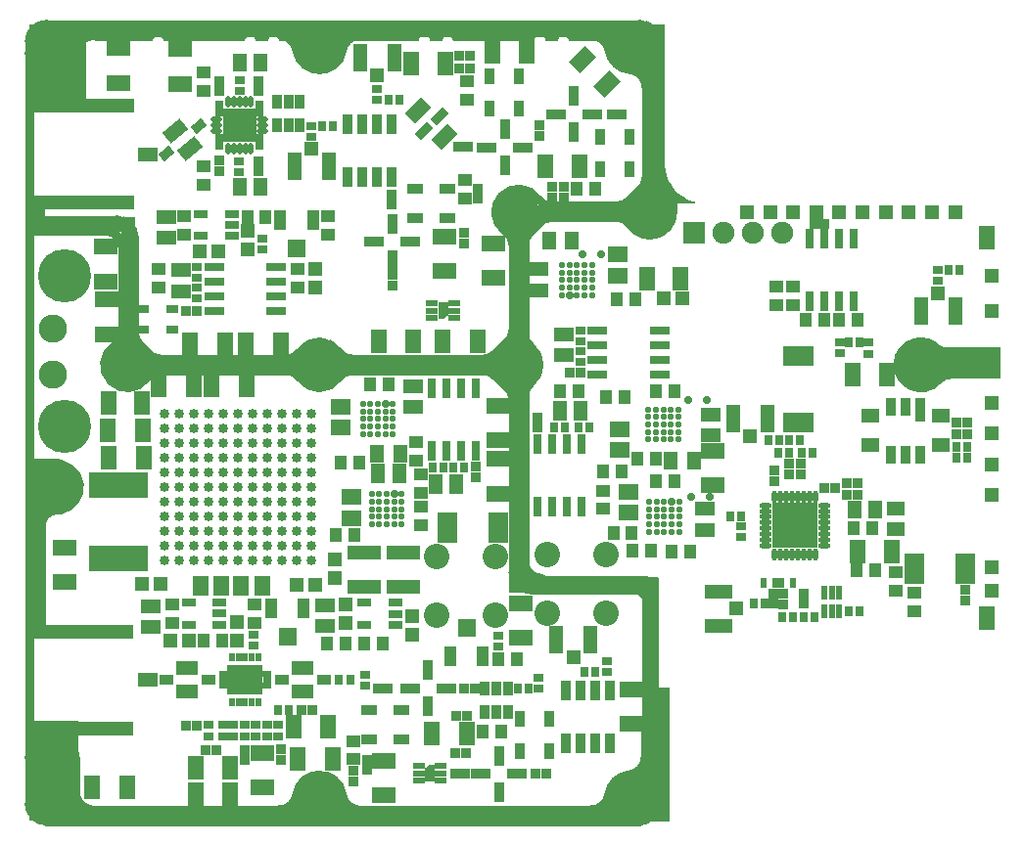
<source format=gts>
G04*
G04 #@! TF.GenerationSoftware,Altium Limited,Altium Designer,19.0.15 (446)*
G04*
G04 Layer_Color=8388736*
%FSLAX25Y25*%
%MOIN*%
G70*
G01*
G75*
%ADD83C,0.03150*%
%ADD84R,0.10236X0.18602*%
%ADD85R,0.05610X0.12598*%
%ADD86R,0.47923X0.05118*%
%ADD87R,0.51083X0.05217*%
%ADD88R,1.26969X0.05118*%
%ADD89R,0.26720X0.10827*%
%ADD90R,0.33849X0.05118*%
%ADD91R,0.05610X1.28346*%
%ADD92R,0.19587X0.30413*%
%ADD93R,0.16634X0.34154*%
%ADD94R,0.05118X0.51280*%
%ADD95R,0.05906X0.52461*%
%ADD96R,0.04343X0.04737*%
%ADD97R,0.04737X0.04343*%
%ADD98R,0.03241X0.03084*%
%ADD99R,0.03084X0.03241*%
%ADD100R,0.04540X0.04737*%
%ADD101R,0.05328X0.06509*%
%ADD102R,0.03241X0.03241*%
%ADD103R,0.04934X0.06312*%
%ADD104R,0.04737X0.04737*%
%ADD105R,0.34658X0.05131*%
%ADD106R,0.06706X0.04737*%
%ADD107R,0.03202X0.06902*%
%ADD108R,0.06902X0.03202*%
%ADD109R,0.02217X0.03398*%
%ADD110O,0.01784X0.04147*%
%ADD111R,0.05328X0.07887*%
%ADD112R,0.05315X0.07874*%
%ADD113R,0.07887X0.05328*%
%ADD114R,0.07874X0.05315*%
G04:AMPARAMS|DCode=115|XSize=53.28mil|YSize=78.87mil|CornerRadius=0mil|HoleSize=0mil|Usage=FLASHONLY|Rotation=135.000|XOffset=0mil|YOffset=0mil|HoleType=Round|Shape=Rectangle|*
%AMROTATEDRECTD115*
4,1,4,0.04672,0.00905,-0.00905,-0.04672,-0.04672,-0.00905,0.00905,0.04672,0.04672,0.00905,0.0*
%
%ADD115ROTATEDRECTD115*%

G04:AMPARAMS|DCode=116|XSize=53.15mil|YSize=78.74mil|CornerRadius=0mil|HoleSize=0mil|Usage=FLASHONLY|Rotation=135.000|XOffset=0mil|YOffset=0mil|HoleType=Round|Shape=Rectangle|*
%AMROTATEDRECTD116*
4,1,4,0.04663,0.00905,-0.00905,-0.04663,-0.04663,-0.00905,0.00905,0.04663,0.04663,0.00905,0.0*
%
%ADD116ROTATEDRECTD116*%

%ADD117C,0.02178*%
%ADD118R,0.06509X0.05328*%
%ADD119R,0.05131X0.06509*%
%ADD120R,0.06509X0.05131*%
%ADD121R,0.12414X0.10186*%
%ADD122R,0.01981X0.02572*%
%ADD123R,0.03458X0.01981*%
%ADD124R,0.02572X0.01981*%
%ADD125R,0.05328X0.07887*%
%ADD126R,0.03241X0.03241*%
%ADD127R,0.03792X0.05800*%
G04:AMPARAMS|DCode=128|XSize=32.02mil|YSize=57.02mil|CornerRadius=0mil|HoleSize=0mil|Usage=FLASHONLY|Rotation=315.000|XOffset=0mil|YOffset=0mil|HoleType=Round|Shape=Rectangle|*
%AMROTATEDRECTD128*
4,1,4,-0.03148,-0.00884,0.00884,0.03148,0.03148,0.00884,-0.00884,-0.03148,-0.03148,-0.00884,0.0*
%
%ADD128ROTATEDRECTD128*%

G04:AMPARAMS|DCode=129|XSize=48.95mil|YSize=78.87mil|CornerRadius=0mil|HoleSize=0mil|Usage=FLASHONLY|Rotation=315.000|XOffset=0mil|YOffset=0mil|HoleType=Round|Shape=Rectangle|*
%AMROTATEDRECTD129*
4,1,4,-0.04519,-0.01058,0.01058,0.04519,0.04519,0.01058,-0.01058,-0.04519,-0.04519,-0.01058,0.0*
%
%ADD129ROTATEDRECTD129*%

%ADD130R,0.04737X0.04540*%
%ADD131R,0.11824X0.05131*%
%ADD132R,0.07887X0.05328*%
%ADD133R,0.05800X0.03792*%
%ADD134R,0.04540X0.06312*%
%ADD135R,0.06706X0.02572*%
%ADD136R,0.03162X0.06902*%
%ADD137O,0.04147X0.01784*%
%ADD138R,0.15170X0.15170*%
%ADD139C,0.03359*%
%ADD140R,0.20485X0.08674*%
%ADD141R,0.04343X0.02769*%
%ADD142R,0.03202X0.05013*%
%ADD143R,0.03792X0.06784*%
%ADD144R,0.02572X0.06706*%
%ADD145R,0.05131X0.02965*%
%ADD146R,0.02139X0.04737*%
%ADD147R,0.03950X0.01981*%
%ADD148R,0.03359X0.04540*%
%ADD149R,0.01391X0.01391*%
%ADD150R,0.02178X0.01981*%
%ADD151R,0.02914X0.05328*%
%ADD152R,0.12517X0.02670*%
%ADD153O,0.03950X0.01981*%
%ADD154O,0.01981X0.03950*%
%ADD155R,0.11430X0.07690*%
%ADD156R,0.05918X0.04540*%
%ADD157R,0.03753X0.05918*%
%ADD158R,0.03753X0.07887*%
%ADD159R,0.05918X0.05918*%
%ADD160R,0.04343X0.07099*%
%ADD161R,0.07690X0.04698*%
%ADD162R,0.04698X0.03202*%
%ADD163R,0.06902X0.03162*%
%ADD164R,0.04934X0.09461*%
%ADD165R,0.04737X0.04934*%
G04:AMPARAMS|DCode=166|XSize=76.9mil|YSize=46.98mil|CornerRadius=0mil|HoleSize=0mil|Usage=FLASHONLY|Rotation=40.000|XOffset=0mil|YOffset=0mil|HoleType=Round|Shape=Rectangle|*
%AMROTATEDRECTD166*
4,1,4,-0.01436,-0.04271,-0.04455,-0.00672,0.01436,0.04271,0.04455,0.00672,-0.01436,-0.04271,0.0*
%
%ADD166ROTATEDRECTD166*%

G04:AMPARAMS|DCode=167|XSize=46.98mil|YSize=32.02mil|CornerRadius=0mil|HoleSize=0mil|Usage=FLASHONLY|Rotation=40.000|XOffset=0mil|YOffset=0mil|HoleType=Round|Shape=Rectangle|*
%AMROTATEDRECTD167*
4,1,4,-0.00770,-0.02736,-0.02828,-0.00284,0.00770,0.02736,0.02828,0.00284,-0.00770,-0.02736,0.0*
%
%ADD167ROTATEDRECTD167*%

%ADD168R,0.09461X0.04934*%
%ADD169R,0.04934X0.04737*%
%ADD170R,0.04737X0.04737*%
%ADD171R,0.06312X0.04934*%
%ADD172C,0.14567*%
%ADD173C,0.08674*%
%ADD174C,0.09658*%
%ADD175C,0.18123*%
%ADD176C,0.07493*%
%ADD177R,0.07493X0.07493*%
%ADD178C,0.02769*%
G36*
X214961Y272146D02*
Y272146D01*
X216732D01*
X216732Y224902D01*
X216732Y224902D01*
X216762Y224000D01*
X216997Y222213D01*
X217463Y220472D01*
X218153Y218807D01*
X219055Y217246D01*
X220152Y215816D01*
X221426Y214542D01*
X222856Y213444D01*
X224417Y212543D01*
X226082Y211853D01*
X226946Y211622D01*
X226880Y211122D01*
X214961Y211122D01*
Y206115D01*
X209842Y206107D01*
X209842Y255217D01*
X209154D01*
X206791Y257579D01*
Y259154D01*
X202461Y263484D01*
X200689D01*
X196457Y267717D01*
X193602D01*
Y266240D01*
X184338D01*
X184238Y266257D01*
X183870Y266740D01*
X183870Y266878D01*
X183602Y267524D01*
X183410Y267717D01*
X180789D01*
X180568Y267495D01*
X180290Y266825D01*
X180290Y266740D01*
X179882Y266240D01*
X176356D01*
X176121Y266331D01*
X175897Y266740D01*
X175897Y266977D01*
X175630Y267622D01*
X175536Y267717D01*
X172719D01*
X172595Y267593D01*
X172318Y266923D01*
X172318Y266740D01*
X171950Y266240D01*
X144968D01*
X144867Y266257D01*
X144500Y266740D01*
X144500Y266878D01*
X144232Y267524D01*
X144040Y267717D01*
X141419D01*
X141198Y267495D01*
X140920Y266825D01*
X140920Y266740D01*
X140512Y266240D01*
X136815D01*
X136527Y266613D01*
Y266824D01*
X136527Y267174D01*
X136302Y267717D01*
X133195D01*
X132948Y267120D01*
X132948Y266757D01*
Y266361D01*
X132867Y266240D01*
X107283D01*
X106102Y265059D01*
X92618D01*
X91437Y266240D01*
X85716D01*
X85615Y266257D01*
X85248Y266740D01*
X85248Y266878D01*
X84980Y267524D01*
X84788Y267717D01*
X82167D01*
X81946Y267495D01*
X81668Y266825D01*
X81668Y266740D01*
X81260Y266240D01*
X77842D01*
X77741Y266257D01*
X77374Y266740D01*
X77374Y266878D01*
X77106Y267524D01*
X76914Y267717D01*
X74293D01*
X74072Y267495D01*
X73794Y266825D01*
X73794Y266740D01*
X73386Y266240D01*
X46397D01*
X45976Y266740D01*
Y266780D01*
X45709Y267425D01*
X45418Y267717D01*
X42994D01*
X42674Y267396D01*
X42396Y266726D01*
X41947Y266240D01*
X22539D01*
Y267717D01*
X17417D01*
X17424Y272146D01*
X214961Y272146D01*
D02*
G37*
G36*
X142572Y177366D02*
X142623Y177356D01*
X142673Y177339D01*
X142720Y177316D01*
X142764Y177287D01*
X142803Y177252D01*
X142838Y177213D01*
X142867Y177169D01*
X142890Y177122D01*
X142907Y177072D01*
X142917Y177021D01*
X142921Y176969D01*
Y173228D01*
X142917Y173176D01*
X142907Y173125D01*
X142890Y173075D01*
X142867Y173028D01*
X142838Y172984D01*
X142803Y172945D01*
X141622Y171764D01*
X141583Y171729D01*
X141539Y171700D01*
X141492Y171677D01*
X141442Y171660D01*
X141391Y171650D01*
X141339Y171646D01*
X139961D01*
X139908Y171650D01*
X139857Y171660D01*
X139807Y171677D01*
X139760Y171700D01*
X139717Y171729D01*
X139677Y171764D01*
X139643Y171803D01*
X139613Y171847D01*
X139590Y171894D01*
X139573Y171943D01*
X139563Y171995D01*
X139560Y172047D01*
Y176969D01*
X139563Y177021D01*
X139573Y177072D01*
X139590Y177122D01*
X139613Y177169D01*
X139643Y177213D01*
X139677Y177252D01*
X139717Y177287D01*
X139760Y177316D01*
X139807Y177339D01*
X139857Y177356D01*
X139908Y177366D01*
X139961Y177369D01*
X142520D01*
X142572Y177366D01*
D02*
G37*
G36*
X137946Y19689D02*
X137997Y19679D01*
X138047Y19662D01*
X138094Y19638D01*
X138138Y19609D01*
X138177Y19575D01*
X138212Y19535D01*
X138241Y19492D01*
X138264Y19445D01*
X138281Y19395D01*
X138291Y19344D01*
X138295Y19291D01*
Y14370D01*
X138291Y14318D01*
X138281Y14266D01*
X138264Y14217D01*
X138241Y14170D01*
X138212Y14126D01*
X138177Y14087D01*
X138138Y14052D01*
X138094Y14023D01*
X138047Y14000D01*
X137997Y13983D01*
X137946Y13973D01*
X137894Y13969D01*
X135335D01*
X135282Y13973D01*
X135231Y13983D01*
X135181Y14000D01*
X135134Y14023D01*
X135091Y14052D01*
X135051Y14087D01*
X135017Y14126D01*
X134987Y14170D01*
X134964Y14217D01*
X134948Y14266D01*
X134937Y14318D01*
X134934Y14370D01*
Y18110D01*
X134937Y18163D01*
X134948Y18214D01*
X134964Y18264D01*
X134987Y18311D01*
X135017Y18354D01*
X135051Y18394D01*
X136232Y19575D01*
X136272Y19609D01*
X136315Y19638D01*
X136362Y19662D01*
X136412Y19679D01*
X136463Y19689D01*
X136516Y19692D01*
X137894D01*
X137946Y19689D01*
D02*
G37*
G36*
X214567Y83362D02*
Y45965D01*
X218406D01*
Y492D01*
X214567D01*
Y492D01*
X10140D01*
X10133Y4921D01*
X89468Y4921D01*
Y5118D01*
X92913Y8563D01*
X105020D01*
X108661Y4921D01*
X196161Y4921D01*
Y5118D01*
X202559Y11516D01*
Y12697D01*
X203839D01*
X207677Y16535D01*
X209055D01*
X209055Y83371D01*
X214567Y83362D01*
D02*
G37*
%LPC*%
G36*
X208465Y267717D02*
X209842Y266339D01*
Y267717D01*
X208465D01*
D02*
G37*
%LPD*%
D83*
X10630Y106595D02*
G03*
X4281Y99994I-487J-5885D01*
G01*
X5157Y107838D02*
G03*
X4281Y108507I4326J6579D01*
G01*
X310285Y160630D02*
G03*
X309801Y150836I-6396J-4592D01*
G01*
X314173Y152756D02*
G03*
X309612Y150601I0J-5906D01*
G01*
X309613Y161428D02*
G03*
X312894Y160433I3281J4910D01*
G01*
X162100Y162805D02*
G03*
X159664Y160537I4026J-6767D01*
G01*
Y151539D02*
G03*
X162100Y149271I6462J4499D01*
G01*
X171098Y149933D02*
G03*
X168923Y145354I3730J-4579D01*
G01*
X171423Y201672D02*
G03*
X168923Y196847I3406J-4825D01*
G01*
X207459Y214804D02*
G03*
X210261Y219828I-3104J5024D01*
G01*
X168923Y166721D02*
G03*
X171098Y162143I5906J0D01*
G01*
X40205Y160537D02*
G03*
X38435Y162362I-6462J-4499D01*
G01*
X171423Y201672D02*
G03*
X173407Y203698I-4541J6433D01*
G01*
X173278Y212697D02*
G03*
X178075Y210236I4797J3444D01*
G01*
X6127Y28051D02*
G03*
X222Y22146I0J-5906D01*
G01*
X6127Y272146D02*
G03*
X222Y266240I0J-5906D01*
G01*
X16068Y10335D02*
G03*
X21974Y4429I5906J0D01*
G01*
X36049Y199606D02*
G03*
X30143Y205512I-5906J0D01*
G01*
X22180Y268209D02*
G03*
X16337Y263161I0J-5906D01*
G01*
X85455Y4429D02*
G03*
X91302Y9506I0J5906D01*
G01*
X102248Y8400D02*
G03*
X102248Y8400I-3150J0D01*
G01*
X92579Y151539D02*
G03*
X87733Y154069I-4846J-3375D01*
G01*
Y158007D02*
G03*
X92579Y160537I0J5906D01*
G01*
X91363Y263231D02*
G03*
X86408Y268143I-5832J-928D01*
G01*
X102248Y264404D02*
G03*
X102248Y264404I-3150J0D01*
G01*
X164986Y144196D02*
G03*
X162100Y149271I-5906J0D01*
G01*
X159664Y151539D02*
G03*
X154817Y154069I-4846J-3375D01*
G01*
Y158007D02*
G03*
X159664Y160537I0J5906D01*
G01*
X164986Y196747D02*
G03*
X162424Y201614I-5906J0D01*
G01*
X191709Y4429D02*
G03*
X197562Y9548I0J5906D01*
G01*
X178302Y206299D02*
G03*
X173407Y203698I0J-5906D01*
G01*
X197662Y263231D02*
G03*
X191830Y268209I-5832J-928D01*
G01*
X204621Y16337D02*
G03*
X209967Y22216I-559J5879D01*
G01*
X205072Y203698D02*
G03*
X219471Y208007I6526J4406D01*
G01*
X207459Y214804D02*
G03*
X205202Y212697I4138J-6699D01*
G01*
X216488Y208007D02*
G03*
X216488Y208007I-4921J0D01*
G01*
X210261Y250732D02*
G03*
X204820Y256619I-5906J0D01*
G01*
X214198Y266240D02*
G03*
X208293Y272146I-5906J0D01*
G01*
X222Y6398D02*
G03*
X6127Y492I5906J0D01*
G01*
X222Y262343D02*
G03*
X6127Y256437I5906J0D01*
G01*
X38665Y156038D02*
G03*
X38665Y156038I-4921J0D01*
G01*
X29436Y162629D02*
G03*
X32112Y167573I-3230J4944D01*
G01*
Y195669D02*
G03*
X26206Y201575I-5906J0D01*
G01*
X36049Y167104D02*
G03*
X38435Y162362I5906J0D01*
G01*
X29436Y162629D02*
G03*
X40205Y151539I4307J-6592D01*
G01*
X103962Y156038D02*
G03*
X103962Y156038I-4921J0D01*
G01*
X162100Y162805D02*
G03*
X164986Y167880I-3019J5075D01*
G01*
X207999Y492D02*
G03*
X213904Y6398I0J5906D01*
G01*
X105503Y160537D02*
G03*
X92579Y160537I-6462J-4499D01*
G01*
X200405Y210236D02*
G03*
X205202Y212697I0J5906D01*
G01*
X16068Y22146D02*
G03*
X10163Y28051I-5906J0D01*
G01*
X106894Y9506D02*
G03*
X112741Y4429I5847J829D01*
G01*
X106894Y9506D02*
G03*
X91302Y9506I-7796J-1105D01*
G01*
X45052Y154069D02*
G03*
X40205Y151539I0J-5906D01*
G01*
Y160537D02*
G03*
X45052Y158007I4846J3375D01*
G01*
X92579Y151539D02*
G03*
X105503Y151539I6462J4499D01*
G01*
X110349Y154069D02*
G03*
X105503Y151539I0J-5906D01*
G01*
Y160537D02*
G03*
X110349Y158007I4846J3375D01*
G01*
X112748Y268209D02*
G03*
X106915Y263231I0J-5906D01*
G01*
X204621Y16337D02*
G03*
X197562Y9548I745J-7839D01*
G01*
X164986Y85236D02*
G03*
X170891Y79331I5906J0D01*
G01*
X168923Y89173D02*
G03*
X174828Y83268I5906J0D01*
G01*
X205072Y203698D02*
G03*
X200178Y206299I-4894J-3305D01*
G01*
X173278Y212697D02*
G03*
X162424Y201614I-6396J-4592D01*
G01*
X171803Y208105D02*
G03*
X171803Y208105I-4921J0D01*
G01*
X13468Y8499D02*
G03*
X13468Y8499I-4921J0D01*
G01*
Y264306D02*
G03*
X13468Y264306I-4921J0D01*
G01*
X8252Y256437D02*
G03*
X16337Y263161I295J7869D01*
G01*
X91363Y263231D02*
G03*
X106915Y263231I7776J1237D01*
G01*
X210417Y8400D02*
G03*
X210417Y8400I-4921J0D01*
G01*
X171047Y156038D02*
G03*
X171047Y156038I-4921J0D01*
G01*
X171098Y149933D02*
G03*
X171098Y162143I-4973J6105D01*
G01*
X210360Y264469D02*
G03*
X210360Y264469I-4921J0D01*
G01*
X197662Y263231D02*
G03*
X204820Y256619I7776J1237D01*
G01*
X209967Y12795D02*
Y34843D01*
X208169Y79331D02*
X210728Y76772D01*
X214198Y214345D02*
X215945Y212598D01*
X222Y6398D02*
Y22146D01*
Y201575D02*
Y205512D01*
Y262343D02*
Y266240D01*
X16068Y10335D02*
Y22146D01*
X219471Y208007D02*
Y210984D01*
X36049Y167104D02*
Y199606D01*
X32112Y167573D02*
Y195669D01*
X168923Y89173D02*
Y145354D01*
Y166721D02*
Y196847D01*
X210261Y219828D02*
Y250732D01*
X222Y13583D02*
Y264292D01*
X178302Y206299D02*
X200178D01*
X164986Y167880D02*
Y196747D01*
Y85236D02*
Y144196D01*
X214198Y214345D02*
Y266240D01*
X6127Y28051D02*
X10163D01*
X6127Y256437D02*
X8252D01*
X45052Y154069D02*
X87733D01*
X174828Y82874D02*
X210433D01*
X178075Y210236D02*
X200405D01*
X45052Y158006D02*
X87733D01*
X170891Y79331D02*
X208169D01*
X112741Y4429D02*
X191709D01*
X21974D02*
X85455D01*
X6127Y492D02*
X207999D01*
X110349Y154069D02*
X154817D01*
X222Y201575D02*
X26206D01*
X112748Y269291D02*
X191830D01*
X6127Y272146D02*
X208293D01*
X110349Y158006D02*
X154817D01*
X222Y205512D02*
X30143D01*
D84*
X5610Y114616D02*
D03*
D85*
X3002Y207480D02*
D03*
D86*
X188922Y208071D02*
D03*
D87*
X189026Y81152D02*
D03*
D88*
X101476Y156102D02*
D03*
D89*
X317545Y156595D02*
D03*
D90*
X17121Y203740D02*
D03*
D91*
X166978Y144882D02*
D03*
D92*
X9990Y256939D02*
D03*
D93*
X8514Y17569D02*
D03*
D94*
X33858Y180659D02*
D03*
D95*
X3150Y88829D02*
D03*
D96*
X106496Y122736D02*
D03*
X112795D02*
D03*
X122540Y149311D02*
D03*
X116241D02*
D03*
X161122Y31102D02*
D03*
X154823D02*
D03*
X181097Y147024D02*
D03*
X187396D02*
D03*
X218898Y92334D02*
D03*
X225197D02*
D03*
X220079Y116425D02*
D03*
X213779D02*
D03*
X205750Y92618D02*
D03*
X212049D02*
D03*
X199193Y98819D02*
D03*
X205492D02*
D03*
X111024Y98032D02*
D03*
X104724D02*
D03*
X193110Y215945D02*
D03*
X186811D02*
D03*
X206693Y178543D02*
D03*
X200394D02*
D03*
X219965Y147047D02*
D03*
X213666D02*
D03*
X264567Y171260D02*
D03*
X270866D02*
D03*
X282283D02*
D03*
X275984D02*
D03*
X207283Y124016D02*
D03*
X213583D02*
D03*
X195669Y119685D02*
D03*
X201969D02*
D03*
X80807Y206496D02*
D03*
X74508D02*
D03*
X107944Y61140D02*
D03*
X101645D02*
D03*
X120509D02*
D03*
X114210D02*
D03*
X166339Y55807D02*
D03*
X160039D02*
D03*
X196725Y144980D02*
D03*
X203024D02*
D03*
X66131Y62205D02*
D03*
X59832D02*
D03*
X288296Y85913D02*
D03*
X281996D02*
D03*
X281022Y100337D02*
D03*
X287321D02*
D03*
D97*
X131988Y129626D02*
D03*
Y123327D02*
D03*
X76870Y67913D02*
D03*
Y74213D02*
D03*
X133688Y101279D02*
D03*
Y107579D02*
D03*
X133661Y112259D02*
D03*
Y118559D02*
D03*
X110630Y27854D02*
D03*
Y21555D02*
D03*
X195571Y113189D02*
D03*
Y106890D02*
D03*
X44193Y182382D02*
D03*
Y188681D02*
D03*
X301573Y78458D02*
D03*
Y72159D02*
D03*
X295360Y78922D02*
D03*
Y85221D02*
D03*
X91528Y182496D02*
D03*
Y188795D02*
D03*
X48917Y68012D02*
D03*
Y74311D02*
D03*
X148622Y218898D02*
D03*
Y212598D02*
D03*
X260182Y176279D02*
D03*
Y182579D02*
D03*
X254528Y182579D02*
D03*
Y176279D02*
D03*
X102165Y206594D02*
D03*
Y200295D02*
D03*
X53150Y200394D02*
D03*
Y206693D02*
D03*
X149442Y246337D02*
D03*
Y252636D02*
D03*
X59547Y255610D02*
D03*
Y249311D02*
D03*
X59571Y217351D02*
D03*
Y223650D02*
D03*
D98*
X242815Y97264D02*
D03*
Y100965D02*
D03*
X71949Y253031D02*
D03*
Y249331D02*
D03*
X71816Y221772D02*
D03*
Y225472D02*
D03*
X159941Y59961D02*
D03*
Y63661D02*
D03*
X57469Y182260D02*
D03*
Y178559D02*
D03*
X187992Y163898D02*
D03*
Y167598D02*
D03*
Y156929D02*
D03*
Y160630D02*
D03*
X57469Y185646D02*
D03*
Y189346D02*
D03*
X114567Y46575D02*
D03*
Y50276D02*
D03*
X76772Y60256D02*
D03*
Y63957D02*
D03*
X173622Y49488D02*
D03*
Y45787D02*
D03*
X85020Y29531D02*
D03*
Y33232D02*
D03*
X77348Y29531D02*
D03*
Y33232D02*
D03*
X81184Y29531D02*
D03*
Y33232D02*
D03*
X69676Y29531D02*
D03*
Y33232D02*
D03*
X73512Y29531D02*
D03*
Y33232D02*
D03*
X66394Y29531D02*
D03*
Y33232D02*
D03*
X61211Y29531D02*
D03*
Y33232D02*
D03*
X79626Y199094D02*
D03*
Y195394D02*
D03*
X196949Y51398D02*
D03*
Y55098D02*
D03*
X309744Y184665D02*
D03*
Y188366D02*
D03*
X118799Y250197D02*
D03*
Y246496D02*
D03*
X96382Y233808D02*
D03*
Y237509D02*
D03*
X286002Y159871D02*
D03*
Y163572D02*
D03*
X276488Y159915D02*
D03*
Y163615D02*
D03*
D99*
X239094Y104528D02*
D03*
X242795D02*
D03*
X144606Y121161D02*
D03*
X148307D02*
D03*
X187416Y134664D02*
D03*
X191116D02*
D03*
X179055Y134780D02*
D03*
X182756D02*
D03*
X141220Y121161D02*
D03*
X137520D02*
D03*
X251881Y130500D02*
D03*
X255582D02*
D03*
X259035Y125984D02*
D03*
X255335D02*
D03*
X250571Y74606D02*
D03*
X246870D02*
D03*
X263209Y125984D02*
D03*
X266910D02*
D03*
X170453Y45866D02*
D03*
X166752D02*
D03*
X88760Y38386D02*
D03*
X85059D02*
D03*
X189291Y51378D02*
D03*
X192992D02*
D03*
X105827Y48622D02*
D03*
X109528D02*
D03*
X313405Y188386D02*
D03*
X317106D02*
D03*
X122518Y246346D02*
D03*
X126219D02*
D03*
X99847Y237509D02*
D03*
X103548D02*
D03*
X263898Y70079D02*
D03*
X267598D02*
D03*
X256614D02*
D03*
X260315D02*
D03*
X282951Y71963D02*
D03*
X279251D02*
D03*
X262776Y130413D02*
D03*
X259075D02*
D03*
X279461Y163572D02*
D03*
X283162D02*
D03*
X316094Y128141D02*
D03*
X319795D02*
D03*
X319716Y124499D02*
D03*
X316015D02*
D03*
D100*
X38780Y81398D02*
D03*
X45079D02*
D03*
X97736Y80905D02*
D03*
X91437D02*
D03*
X216240Y178642D02*
D03*
X222539D02*
D03*
X48219Y62205D02*
D03*
X54518D02*
D03*
X64764Y194685D02*
D03*
X58465D02*
D03*
D101*
X79528Y80709D02*
D03*
X72441D02*
D03*
X58661D02*
D03*
X65748D02*
D03*
D102*
X257087Y78051D02*
D03*
Y74508D02*
D03*
X78347Y221949D02*
D03*
Y225492D02*
D03*
X78248Y252854D02*
D03*
Y249311D02*
D03*
X65059Y222047D02*
D03*
Y225590D02*
D03*
Y252756D02*
D03*
Y249213D02*
D03*
X173996Y234154D02*
D03*
Y237697D02*
D03*
X123721Y210630D02*
D03*
Y214173D02*
D03*
X110635Y14075D02*
D03*
Y17618D02*
D03*
X115453Y17913D02*
D03*
Y21457D02*
D03*
X152461Y117717D02*
D03*
Y121260D02*
D03*
X319097Y75845D02*
D03*
Y79388D02*
D03*
X173223Y134622D02*
D03*
Y138165D02*
D03*
X253642Y74606D02*
D03*
X263878D02*
D03*
X258957Y118799D02*
D03*
Y122343D02*
D03*
X253642Y78150D02*
D03*
X263878D02*
D03*
X253955Y116425D02*
D03*
Y119968D02*
D03*
X263090Y118799D02*
D03*
Y122343D02*
D03*
X178417Y213170D02*
D03*
Y216713D02*
D03*
X182480Y213189D02*
D03*
Y216732D02*
D03*
X153051Y216142D02*
D03*
Y212598D02*
D03*
X148302Y197441D02*
D03*
Y200984D02*
D03*
X86024Y21358D02*
D03*
Y24902D02*
D03*
X73517Y21220D02*
D03*
Y24764D02*
D03*
X123951Y183071D02*
D03*
Y186614D02*
D03*
D103*
X71850Y216831D02*
D03*
X78937D02*
D03*
X71879Y259031D02*
D03*
X78965D02*
D03*
X281205Y106662D02*
D03*
X288292D02*
D03*
D104*
X328000Y186221D02*
D03*
Y132693D02*
D03*
Y122152D02*
D03*
Y174409D02*
D03*
Y111824D02*
D03*
Y87028D02*
D03*
Y143104D02*
D03*
Y79134D02*
D03*
D105*
X18406Y65158D02*
D03*
Y32087D02*
D03*
X18504Y244291D02*
D03*
Y211221D02*
D03*
D106*
X40650Y48622D02*
D03*
X40748Y227756D02*
D03*
D107*
X162205Y236417D02*
D03*
Y223937D02*
D03*
X160197Y22874D02*
D03*
Y10394D02*
D03*
X136122Y39626D02*
D03*
Y52106D02*
D03*
X185759Y247744D02*
D03*
Y235263D02*
D03*
X123920Y204119D02*
D03*
Y191638D02*
D03*
D108*
X168445Y230177D02*
D03*
X155965D02*
D03*
X166437Y16634D02*
D03*
X153957D02*
D03*
X129882Y45866D02*
D03*
X142362D02*
D03*
X191999Y241504D02*
D03*
X179519D02*
D03*
X117680Y197878D02*
D03*
X130160D02*
D03*
D109*
X254251Y81608D02*
D03*
X256436Y81608D02*
D03*
X250432Y81608D02*
D03*
X260255Y81608D02*
D03*
D110*
X258091Y91326D02*
D03*
X260059D02*
D03*
X262028Y111208D02*
D03*
X260059D02*
D03*
X254154Y91326D02*
D03*
X256122D02*
D03*
X262028D02*
D03*
X263996D02*
D03*
X265965D02*
D03*
X267933D02*
D03*
Y111208D02*
D03*
X265965D02*
D03*
X263996D02*
D03*
X258091D02*
D03*
X256122D02*
D03*
X254154D02*
D03*
D111*
X280512Y152559D02*
D03*
X142126Y258563D02*
D03*
X66929Y163091D02*
D03*
X119291Y163976D02*
D03*
X56890Y9646D02*
D03*
X33563Y11909D02*
D03*
X103642Y21752D02*
D03*
X85925Y163189D02*
D03*
X74114D02*
D03*
X152854Y163976D02*
D03*
X141043D02*
D03*
X326181Y199508D02*
D03*
X222100Y185433D02*
D03*
X210682D02*
D03*
X27362Y143012D02*
D03*
X38780D02*
D03*
X102067Y32579D02*
D03*
X90256D02*
D03*
X56890Y18701D02*
D03*
X68701D02*
D03*
X326181Y69587D02*
D03*
X282214Y92483D02*
D03*
X294025D02*
D03*
D112*
X292323Y152559D02*
D03*
X130315Y258563D02*
D03*
X55118Y163091D02*
D03*
X131102Y163976D02*
D03*
X68701Y9646D02*
D03*
X21752Y11909D02*
D03*
X91831Y21752D02*
D03*
D113*
X158268Y185674D02*
D03*
X167815Y62992D02*
D03*
X159961Y112205D02*
D03*
X12303Y81890D02*
D03*
X26575Y178347D02*
D03*
X51772Y251772D02*
D03*
X30512Y252067D02*
D03*
X159941Y130217D02*
D03*
Y142028D02*
D03*
X233071Y115157D02*
D03*
Y126575D02*
D03*
X205413Y33563D02*
D03*
Y45374D02*
D03*
X26476Y184449D02*
D03*
Y196260D02*
D03*
X79528Y12008D02*
D03*
Y23819D02*
D03*
D114*
X158268Y197485D02*
D03*
X167815Y74803D02*
D03*
X159961Y124016D02*
D03*
X12303Y93701D02*
D03*
X26575Y166535D02*
D03*
X51772Y263583D02*
D03*
X30512Y263878D02*
D03*
D115*
X196991Y251631D02*
D03*
D116*
X188639Y259983D02*
D03*
D117*
X116929Y101673D02*
D03*
Y104232D02*
D03*
Y106791D02*
D03*
Y109350D02*
D03*
Y111909D02*
D03*
X119488Y101673D02*
D03*
Y104232D02*
D03*
Y106791D02*
D03*
Y109350D02*
D03*
Y111909D02*
D03*
X122047Y101673D02*
D03*
Y104232D02*
D03*
Y106791D02*
D03*
Y109350D02*
D03*
Y111909D02*
D03*
X124606Y101673D02*
D03*
Y104232D02*
D03*
Y106791D02*
D03*
Y109350D02*
D03*
Y111909D02*
D03*
X127165Y101673D02*
D03*
Y104232D02*
D03*
Y106791D02*
D03*
Y109350D02*
D03*
Y111909D02*
D03*
X113878Y132492D02*
D03*
Y135051D02*
D03*
Y137610D02*
D03*
Y140169D02*
D03*
Y142728D02*
D03*
X116437Y132492D02*
D03*
Y135051D02*
D03*
Y137610D02*
D03*
Y140169D02*
D03*
Y142728D02*
D03*
X118996Y132492D02*
D03*
Y135051D02*
D03*
Y137610D02*
D03*
Y140169D02*
D03*
Y142728D02*
D03*
X121555Y132492D02*
D03*
Y135051D02*
D03*
Y137610D02*
D03*
Y140169D02*
D03*
Y142728D02*
D03*
X124114Y132492D02*
D03*
Y135051D02*
D03*
Y137610D02*
D03*
Y140169D02*
D03*
Y142728D02*
D03*
X221548Y109408D02*
D03*
Y106849D02*
D03*
Y104290D02*
D03*
Y101731D02*
D03*
Y99172D02*
D03*
X218989Y109408D02*
D03*
Y106849D02*
D03*
Y104290D02*
D03*
Y101731D02*
D03*
Y99172D02*
D03*
X216430Y109408D02*
D03*
Y106849D02*
D03*
Y104290D02*
D03*
Y101731D02*
D03*
Y99172D02*
D03*
X213871Y109408D02*
D03*
Y106849D02*
D03*
Y104290D02*
D03*
Y101731D02*
D03*
Y99172D02*
D03*
X211312Y109408D02*
D03*
Y106849D02*
D03*
Y104290D02*
D03*
Y101731D02*
D03*
Y99172D02*
D03*
X191938Y190052D02*
D03*
Y187493D02*
D03*
Y184934D02*
D03*
Y182375D02*
D03*
Y179816D02*
D03*
X189379Y190052D02*
D03*
Y187493D02*
D03*
Y184934D02*
D03*
Y182375D02*
D03*
Y179816D02*
D03*
X186820Y190052D02*
D03*
Y187493D02*
D03*
Y184934D02*
D03*
Y182375D02*
D03*
Y179816D02*
D03*
X184261Y190052D02*
D03*
Y187493D02*
D03*
Y184934D02*
D03*
Y182375D02*
D03*
Y179816D02*
D03*
X181702Y190052D02*
D03*
Y187493D02*
D03*
Y184934D02*
D03*
Y182375D02*
D03*
Y179816D02*
D03*
X211116Y130629D02*
D03*
Y133188D02*
D03*
Y135747D02*
D03*
Y138306D02*
D03*
Y140865D02*
D03*
X213675Y130629D02*
D03*
Y133188D02*
D03*
Y135747D02*
D03*
Y138306D02*
D03*
Y140865D02*
D03*
X216234Y130629D02*
D03*
Y133188D02*
D03*
Y135747D02*
D03*
Y138306D02*
D03*
Y140865D02*
D03*
X218794Y130629D02*
D03*
Y133188D02*
D03*
Y135747D02*
D03*
Y138306D02*
D03*
Y140865D02*
D03*
X221353Y130629D02*
D03*
Y133188D02*
D03*
Y135747D02*
D03*
Y138306D02*
D03*
Y140865D02*
D03*
D118*
X109930Y103821D02*
D03*
Y110907D02*
D03*
X106201Y141709D02*
D03*
Y134622D02*
D03*
X204429Y105610D02*
D03*
Y112697D02*
D03*
X200570Y193595D02*
D03*
Y186509D02*
D03*
X201234Y126969D02*
D03*
Y134055D02*
D03*
D119*
X126181Y119193D02*
D03*
X119095D02*
D03*
X138583Y115354D02*
D03*
X145669D02*
D03*
X181004Y140354D02*
D03*
X188091D02*
D03*
D120*
X131102Y148819D02*
D03*
Y141732D02*
D03*
X173622Y188583D02*
D03*
Y181496D02*
D03*
X182283Y159449D02*
D03*
Y166535D02*
D03*
X51863Y181197D02*
D03*
Y188283D02*
D03*
X41634Y73819D02*
D03*
Y66732D02*
D03*
X230406Y106947D02*
D03*
Y99861D02*
D03*
X232434Y139173D02*
D03*
Y132087D02*
D03*
X46949Y206299D02*
D03*
Y199213D02*
D03*
X100984Y74114D02*
D03*
Y67028D02*
D03*
D121*
X73812Y48728D02*
D03*
D122*
X78269Y56306D02*
D03*
X76040D02*
D03*
X73812D02*
D03*
X71584D02*
D03*
X69355D02*
D03*
Y41149D02*
D03*
X71584D02*
D03*
X73812D02*
D03*
X76040D02*
D03*
X78269D02*
D03*
D123*
X80948Y50794D02*
D03*
Y46661D02*
D03*
X66676Y50794D02*
D03*
Y46661D02*
D03*
D124*
X81391Y48728D02*
D03*
X66233D02*
D03*
D125*
X137500Y30492D02*
D03*
X149311D02*
D03*
X44390Y148917D02*
D03*
X56201D02*
D03*
X38976Y133599D02*
D03*
X27165D02*
D03*
X62402Y148917D02*
D03*
X74213D02*
D03*
X39272Y124311D02*
D03*
X27461D02*
D03*
X175984Y223721D02*
D03*
X187795D02*
D03*
X169685Y262594D02*
D03*
X157874D02*
D03*
D126*
X145473Y23819D02*
D03*
X149016D02*
D03*
X145669Y36516D02*
D03*
X149213D02*
D03*
X172736Y16634D02*
D03*
X176279D02*
D03*
X145177Y16732D02*
D03*
X148721D02*
D03*
X198622Y241504D02*
D03*
X202165D02*
D03*
X122441Y45866D02*
D03*
X118898D02*
D03*
X151870D02*
D03*
X148327D02*
D03*
X187992Y153543D02*
D03*
X184449D02*
D03*
X57356Y174494D02*
D03*
X53813D02*
D03*
X315989Y136476D02*
D03*
X319533D02*
D03*
X315991Y132395D02*
D03*
X319535D02*
D03*
X271121Y114161D02*
D03*
X274664D02*
D03*
X278670Y115836D02*
D03*
X282214D02*
D03*
X278670Y111875D02*
D03*
X282214D02*
D03*
X271063Y204134D02*
D03*
X267520D02*
D03*
X96555Y38386D02*
D03*
X93012D02*
D03*
X53642Y33169D02*
D03*
X57185D02*
D03*
X60328Y24606D02*
D03*
X63871D02*
D03*
X146260Y230217D02*
D03*
X149803D02*
D03*
X146686Y261297D02*
D03*
X150229D02*
D03*
X146686Y256967D02*
D03*
X150229D02*
D03*
D127*
X167244Y35311D02*
D03*
Y24327D02*
D03*
X177244Y35319D02*
D03*
Y24335D02*
D03*
X204508Y222661D02*
D03*
Y233646D02*
D03*
X194508Y222654D02*
D03*
Y233638D02*
D03*
X156867Y254257D02*
D03*
Y243272D02*
D03*
X166867Y254264D02*
D03*
Y243280D02*
D03*
D128*
X134721Y235705D02*
D03*
X139885Y240869D02*
D03*
D129*
X141827Y233764D02*
D03*
X132780Y242811D02*
D03*
D130*
X104429Y89567D02*
D03*
Y83268D02*
D03*
X97532Y188677D02*
D03*
Y182378D02*
D03*
X74606Y195374D02*
D03*
Y201673D02*
D03*
X108169Y74508D02*
D03*
Y68209D02*
D03*
X130709Y64173D02*
D03*
Y70473D02*
D03*
X71161Y68504D02*
D03*
Y62205D02*
D03*
D131*
X114472Y92028D02*
D03*
Y80216D02*
D03*
X127657Y92126D02*
D03*
Y80315D02*
D03*
D132*
X121161Y9350D02*
D03*
Y21161D02*
D03*
X141827Y187989D02*
D03*
Y199800D02*
D03*
D133*
X115953Y28287D02*
D03*
X126937D02*
D03*
X115945Y38287D02*
D03*
X126929D02*
D03*
X142703Y215969D02*
D03*
X131719D02*
D03*
X142711Y205969D02*
D03*
X131727D02*
D03*
D134*
X126575Y125689D02*
D03*
X118701D02*
D03*
X218655Y123327D02*
D03*
X226529D02*
D03*
X177264Y198425D02*
D03*
X185138D02*
D03*
D135*
X142717Y96850D02*
D03*
Y99410D02*
D03*
Y101969D02*
D03*
Y104528D02*
D03*
X160039D02*
D03*
Y101969D02*
D03*
Y99410D02*
D03*
Y96850D02*
D03*
X319053Y82675D02*
D03*
Y85234D02*
D03*
Y87793D02*
D03*
Y90352D02*
D03*
X301730D02*
D03*
Y87793D02*
D03*
Y85234D02*
D03*
Y82675D02*
D03*
D136*
X137480Y126772D02*
D03*
X142480D02*
D03*
X147480D02*
D03*
X152480D02*
D03*
X137480Y148031D02*
D03*
X142480D02*
D03*
X147480D02*
D03*
X152480D02*
D03*
X173203Y107713D02*
D03*
X178203D02*
D03*
X183203D02*
D03*
X188203D02*
D03*
X173203Y128972D02*
D03*
X178203D02*
D03*
X183203D02*
D03*
X188203D02*
D03*
X280925Y198917D02*
D03*
X275925D02*
D03*
X270925D02*
D03*
X265925D02*
D03*
X280925Y177657D02*
D03*
X275925D02*
D03*
X270925D02*
D03*
X265925D02*
D03*
D137*
X251102Y108157D02*
D03*
Y106189D02*
D03*
Y104220D02*
D03*
Y102252D02*
D03*
Y100283D02*
D03*
Y98315D02*
D03*
Y96346D02*
D03*
Y94378D02*
D03*
X270984D02*
D03*
Y96346D02*
D03*
Y98315D02*
D03*
Y100283D02*
D03*
Y102252D02*
D03*
Y104220D02*
D03*
Y106189D02*
D03*
Y108157D02*
D03*
D138*
X261043Y101267D02*
D03*
D139*
X96476Y89291D02*
D03*
X91476D02*
D03*
X86476D02*
D03*
X81476D02*
D03*
X76476D02*
D03*
X71476D02*
D03*
X66476D02*
D03*
X61476D02*
D03*
X56476D02*
D03*
X51476D02*
D03*
X46476D02*
D03*
X96476Y94291D02*
D03*
X91476D02*
D03*
X86476D02*
D03*
X81476D02*
D03*
X76476D02*
D03*
X71476D02*
D03*
X66476D02*
D03*
X61476D02*
D03*
X56476D02*
D03*
X51476D02*
D03*
X46476D02*
D03*
X96476Y99291D02*
D03*
X91476D02*
D03*
X86476D02*
D03*
X81476D02*
D03*
X76476D02*
D03*
X71476D02*
D03*
X66476D02*
D03*
X61476D02*
D03*
X56476D02*
D03*
X51476D02*
D03*
X46476D02*
D03*
X96476Y104291D02*
D03*
X91476D02*
D03*
X86476D02*
D03*
X81476D02*
D03*
X76476D02*
D03*
X71476D02*
D03*
X66476D02*
D03*
X61476D02*
D03*
X56476D02*
D03*
X51476D02*
D03*
X46476D02*
D03*
X96476Y109291D02*
D03*
X91476D02*
D03*
X86476D02*
D03*
X81476D02*
D03*
X76476D02*
D03*
X71476D02*
D03*
X66476D02*
D03*
X61476D02*
D03*
X56476D02*
D03*
X51476D02*
D03*
X46476D02*
D03*
X96476Y114291D02*
D03*
X91476D02*
D03*
X86476D02*
D03*
X81476D02*
D03*
X76476D02*
D03*
X71476D02*
D03*
X66476D02*
D03*
X61476D02*
D03*
X56476D02*
D03*
X51476D02*
D03*
X46476D02*
D03*
X96476Y119291D02*
D03*
X91476D02*
D03*
X86476D02*
D03*
X81476D02*
D03*
X76476D02*
D03*
X71476D02*
D03*
X66476D02*
D03*
X61476D02*
D03*
X56476D02*
D03*
X51476D02*
D03*
X46476D02*
D03*
X96476Y124291D02*
D03*
X91476D02*
D03*
X86476D02*
D03*
X81476D02*
D03*
X76476D02*
D03*
X71476D02*
D03*
X66476D02*
D03*
X61476D02*
D03*
X56476D02*
D03*
X51476D02*
D03*
X46476D02*
D03*
X96476Y129291D02*
D03*
X91476D02*
D03*
X86476D02*
D03*
X81476D02*
D03*
X76476D02*
D03*
X71476D02*
D03*
X66476D02*
D03*
X61476D02*
D03*
X56476D02*
D03*
X51476D02*
D03*
X46476D02*
D03*
X96476Y134291D02*
D03*
X91476D02*
D03*
X86476D02*
D03*
X81476D02*
D03*
X76476D02*
D03*
X71476D02*
D03*
X66476D02*
D03*
X61476D02*
D03*
X56476D02*
D03*
X51476D02*
D03*
X46476D02*
D03*
X96476Y139291D02*
D03*
X91476D02*
D03*
X86476D02*
D03*
X81476D02*
D03*
X76476D02*
D03*
X71476D02*
D03*
X66476D02*
D03*
X61476D02*
D03*
X56476D02*
D03*
X51476D02*
D03*
X46476D02*
D03*
D140*
X30708Y114961D02*
D03*
Y90158D02*
D03*
D141*
X49114Y168209D02*
D03*
X38878D02*
D03*
X49114Y175061D02*
D03*
X38878D02*
D03*
D142*
X84611Y245698D02*
D03*
X88508D02*
D03*
X92406D02*
D03*
Y237627D02*
D03*
X88508D02*
D03*
X84611D02*
D03*
X163248Y45768D02*
D03*
X159350D02*
D03*
X155453D02*
D03*
Y37697D02*
D03*
X159350D02*
D03*
X163248D02*
D03*
D143*
X113567Y220048D02*
D03*
X108568D02*
D03*
Y237882D02*
D03*
X113567D02*
D03*
X118568D02*
D03*
X123567D02*
D03*
X118568Y220048D02*
D03*
X123567D02*
D03*
X197992Y27067D02*
D03*
X192992D02*
D03*
X197992Y44902D02*
D03*
X192992D02*
D03*
X187992D02*
D03*
X182992D02*
D03*
Y27067D02*
D03*
X187992D02*
D03*
D144*
X258268Y136221D02*
D03*
X260827D02*
D03*
X263386D02*
D03*
X265945D02*
D03*
Y159055D02*
D03*
X263386D02*
D03*
X260827D02*
D03*
X258268D02*
D03*
D145*
X124902Y67421D02*
D03*
Y71161D02*
D03*
Y74902D02*
D03*
X114272D02*
D03*
Y67421D02*
D03*
X58563Y199902D02*
D03*
Y207382D02*
D03*
X69193D02*
D03*
Y203642D02*
D03*
Y199902D02*
D03*
X54528Y67520D02*
D03*
Y75000D02*
D03*
X65158D02*
D03*
Y71260D02*
D03*
Y67520D02*
D03*
D146*
X270963Y78262D02*
D03*
X273562D02*
D03*
X270963Y71963D02*
D03*
X273562D02*
D03*
X276160D02*
D03*
Y78262D02*
D03*
D147*
X140354Y19390D02*
D03*
Y16831D02*
D03*
Y14272D02*
D03*
X132874D02*
D03*
Y16831D02*
D03*
Y19390D02*
D03*
X144980Y171949D02*
D03*
Y174508D02*
D03*
Y177067D02*
D03*
X137500D02*
D03*
Y174508D02*
D03*
Y171949D02*
D03*
D148*
X136614Y16240D02*
D03*
X141240Y175098D02*
D03*
D149*
X136221Y18406D02*
D03*
X141634Y172933D02*
D03*
D150*
X137205Y18701D02*
D03*
X140650Y172638D02*
D03*
D151*
X64959Y232017D02*
D03*
X78790D02*
D03*
Y243434D02*
D03*
X64959D02*
D03*
D152*
X71875Y233345D02*
D03*
Y242105D02*
D03*
D153*
X64001Y239694D02*
D03*
Y237725D02*
D03*
Y235757D02*
D03*
X79749Y235757D02*
D03*
Y237725D02*
D03*
Y239694D02*
D03*
D154*
X67938Y229851D02*
D03*
X69906D02*
D03*
X71875D02*
D03*
X73843D02*
D03*
X75812D02*
D03*
Y245599D02*
D03*
X73843D02*
D03*
X71875D02*
D03*
X69906D02*
D03*
X67938D02*
D03*
D155*
X71875Y237725D02*
D03*
D156*
X286601Y128602D02*
D03*
Y138602D02*
D03*
X310814D02*
D03*
Y128602D02*
D03*
D157*
X303708Y125433D02*
D03*
X298708D02*
D03*
X293708D02*
D03*
Y141771D02*
D03*
X298708D02*
D03*
D158*
X303708Y140787D02*
D03*
D159*
X149213Y66358D02*
D03*
X91339Y195709D02*
D03*
X88189Y63327D02*
D03*
D160*
X154724Y56791D02*
D03*
X143701D02*
D03*
X96850Y205276D02*
D03*
X85827D02*
D03*
X93701Y72894D02*
D03*
X82677D02*
D03*
D161*
X54127Y52625D02*
D03*
Y44633D02*
D03*
X93405Y52625D02*
D03*
Y44633D02*
D03*
D162*
X46981Y48629D02*
D03*
X61273D02*
D03*
X86260D02*
D03*
X100551D02*
D03*
D163*
X63223Y189494D02*
D03*
Y184494D02*
D03*
Y179493D02*
D03*
Y174494D02*
D03*
X84483Y189494D02*
D03*
Y184494D02*
D03*
Y179493D02*
D03*
Y174494D02*
D03*
X214961Y152736D02*
D03*
Y157736D02*
D03*
Y162736D02*
D03*
Y167736D02*
D03*
X193701Y152736D02*
D03*
Y157736D02*
D03*
Y162736D02*
D03*
Y167736D02*
D03*
D164*
X239961Y137795D02*
D03*
X251575D02*
D03*
X179724Y62500D02*
D03*
X191339D02*
D03*
X315551Y174213D02*
D03*
X303937D02*
D03*
X112992Y260647D02*
D03*
X124606D02*
D03*
X102190Y223847D02*
D03*
X90575D02*
D03*
D165*
X245768Y131791D02*
D03*
X185531Y56496D02*
D03*
X309744Y180217D02*
D03*
X118799Y254643D02*
D03*
X96382Y229851D02*
D03*
D166*
X55128Y229714D02*
D03*
X49991Y235837D02*
D03*
D167*
X58033Y237369D02*
D03*
X47085Y228183D02*
D03*
D168*
X235071Y67168D02*
D03*
Y78782D02*
D03*
D169*
X241075Y72975D02*
D03*
D170*
X276142Y208158D02*
D03*
X252520D02*
D03*
X260394D02*
D03*
X268268D02*
D03*
X244646D02*
D03*
X284016D02*
D03*
X315512D02*
D03*
X291890D02*
D03*
X299764D02*
D03*
X307638D02*
D03*
D171*
X295304Y100017D02*
D03*
Y107103D02*
D03*
D172*
X166831Y208071D02*
D03*
X211516D02*
D03*
X99051Y264405D02*
D03*
Y8500D02*
D03*
X9402Y114882D02*
D03*
X33661Y156055D02*
D03*
X303776Y156138D02*
D03*
X205350Y8500D02*
D03*
X165980Y156138D02*
D03*
X8500Y8500D02*
D03*
Y264405D02*
D03*
X205350D02*
D03*
X99051Y156138D02*
D03*
D173*
X196663Y71398D02*
D03*
X176663D02*
D03*
Y91398D02*
D03*
X196663D02*
D03*
X158918Y70610D02*
D03*
X138918D02*
D03*
Y90610D02*
D03*
X158918D02*
D03*
D174*
X8268Y152756D02*
D03*
Y168504D02*
D03*
D175*
X12205Y135039D02*
D03*
Y186221D02*
D03*
D176*
X256831Y200886D02*
D03*
X246831D02*
D03*
X236831D02*
D03*
D177*
X226831D02*
D03*
D178*
X106496Y122736D02*
D03*
X112795D02*
D03*
X132087Y129134D02*
D03*
X194882Y193701D02*
D03*
X188583D02*
D03*
X131988Y123327D02*
D03*
X224705Y143898D02*
D03*
X231004D02*
D03*
X225689Y110925D02*
D03*
X231890D02*
D03*
X218989Y109408D02*
D03*
X124606Y111909D02*
D03*
X121555Y142728D02*
D03*
X184252Y179823D02*
D03*
M02*

</source>
